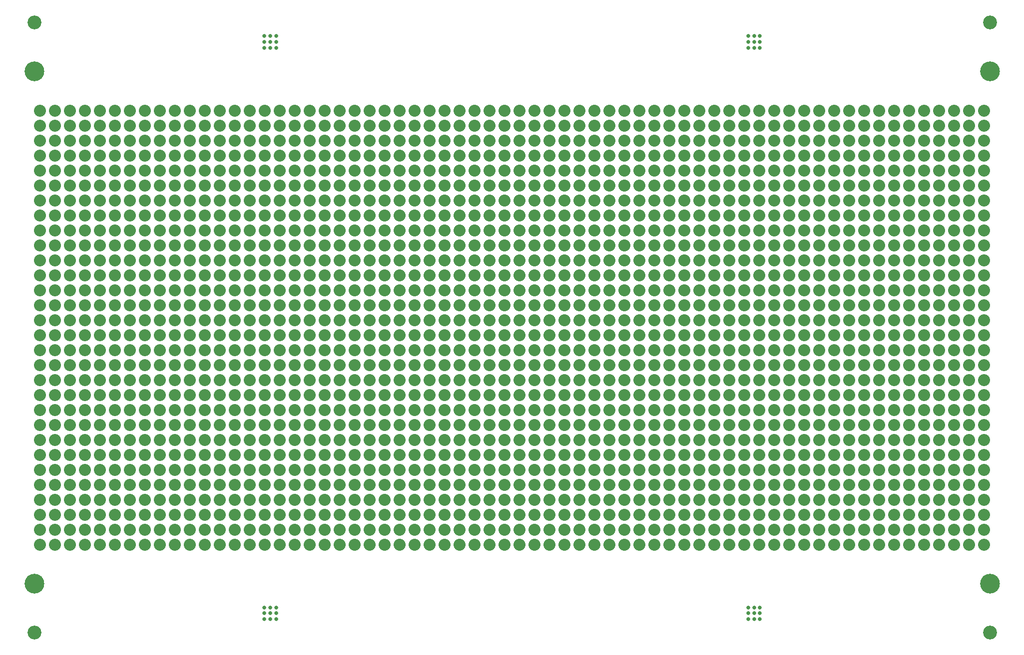
<source format=gbs>
G75*
%MOIN*%
%OFA0B0*%
%FSLAX25Y25*%
%IPPOS*%
%LPD*%
%AMOC8*
5,1,8,0,0,1.08239X$1,22.5*
%
%ADD10C,0.13198*%
%ADD11C,0.02569*%
%ADD12C,0.09261*%
%ADD13C,0.08000*%
D10*
X0016427Y0041170D03*
X0016427Y0383690D03*
X0654222Y0383690D03*
X0654222Y0041170D03*
D11*
X0500679Y0025422D03*
X0500679Y0021485D03*
X0500679Y0017548D03*
X0496742Y0017548D03*
X0496742Y0021485D03*
X0496742Y0025422D03*
X0492805Y0025422D03*
X0492805Y0021485D03*
X0492805Y0017548D03*
X0177844Y0017548D03*
X0173907Y0017548D03*
X0169970Y0017548D03*
X0169970Y0021485D03*
X0173907Y0021485D03*
X0177844Y0021485D03*
X0177844Y0025422D03*
X0173907Y0025422D03*
X0169970Y0025422D03*
X0169970Y0399438D03*
X0169970Y0403375D03*
X0169970Y0407312D03*
X0173907Y0407312D03*
X0177844Y0407312D03*
X0177844Y0403375D03*
X0173907Y0403375D03*
X0173907Y0399438D03*
X0177844Y0399438D03*
X0492805Y0399438D03*
X0496742Y0399438D03*
X0500679Y0399438D03*
X0500679Y0403375D03*
X0500679Y0407312D03*
X0496742Y0407312D03*
X0496742Y0403375D03*
X0492805Y0403375D03*
X0492805Y0407312D03*
D12*
X0016427Y0008690D03*
X0016427Y0416170D03*
X0654222Y0416170D03*
X0654222Y0008690D03*
D13*
X0650324Y0067430D03*
X0640324Y0067430D03*
X0630324Y0067430D03*
X0620324Y0067430D03*
X0610324Y0067430D03*
X0600324Y0067430D03*
X0590324Y0067430D03*
X0580324Y0067430D03*
X0570324Y0067430D03*
X0560324Y0067430D03*
X0550324Y0067430D03*
X0540324Y0067430D03*
X0530324Y0067430D03*
X0520324Y0067430D03*
X0510324Y0067430D03*
X0500324Y0067430D03*
X0490324Y0067430D03*
X0480324Y0067430D03*
X0470324Y0067430D03*
X0460324Y0067430D03*
X0450324Y0067430D03*
X0440324Y0067430D03*
X0430324Y0067430D03*
X0420324Y0067430D03*
X0410324Y0067430D03*
X0400324Y0067430D03*
X0390324Y0067430D03*
X0380324Y0067430D03*
X0370324Y0067430D03*
X0360324Y0067430D03*
X0350324Y0067430D03*
X0340324Y0067430D03*
X0330324Y0067430D03*
X0320324Y0067430D03*
X0310324Y0067430D03*
X0300324Y0067430D03*
X0290324Y0067430D03*
X0280324Y0067430D03*
X0270324Y0067430D03*
X0260324Y0067430D03*
X0250324Y0067430D03*
X0240324Y0067430D03*
X0230324Y0067430D03*
X0220324Y0067430D03*
X0210324Y0067430D03*
X0200324Y0067430D03*
X0190324Y0067430D03*
X0180324Y0067430D03*
X0170324Y0067430D03*
X0160324Y0067430D03*
X0150324Y0067430D03*
X0140324Y0067430D03*
X0130324Y0067430D03*
X0120324Y0067430D03*
X0110324Y0067430D03*
X0100324Y0067430D03*
X0090324Y0067430D03*
X0080324Y0067430D03*
X0070324Y0067430D03*
X0060324Y0067430D03*
X0050324Y0067430D03*
X0040324Y0067430D03*
X0030324Y0067430D03*
X0020324Y0067430D03*
X0020324Y0077430D03*
X0030324Y0077430D03*
X0030324Y0087430D03*
X0020324Y0087430D03*
X0020324Y0097430D03*
X0030324Y0097430D03*
X0040324Y0097430D03*
X0050324Y0097430D03*
X0050324Y0087430D03*
X0040324Y0087430D03*
X0040324Y0077430D03*
X0050324Y0077430D03*
X0060324Y0077430D03*
X0070324Y0077430D03*
X0080324Y0077430D03*
X0080324Y0087430D03*
X0070324Y0087430D03*
X0060324Y0087430D03*
X0060324Y0097430D03*
X0070324Y0097430D03*
X0080324Y0097430D03*
X0090324Y0097430D03*
X0100324Y0097430D03*
X0100324Y0087430D03*
X0090324Y0087430D03*
X0090324Y0077430D03*
X0100324Y0077430D03*
X0110324Y0077430D03*
X0120324Y0077430D03*
X0120324Y0087430D03*
X0110324Y0087430D03*
X0110324Y0097430D03*
X0120324Y0097430D03*
X0130324Y0097430D03*
X0140324Y0097430D03*
X0140324Y0087430D03*
X0130324Y0087430D03*
X0130324Y0077430D03*
X0140324Y0077430D03*
X0150324Y0077430D03*
X0160324Y0077430D03*
X0160324Y0087430D03*
X0150324Y0087430D03*
X0150324Y0097430D03*
X0160324Y0097430D03*
X0170324Y0097430D03*
X0180324Y0097430D03*
X0180324Y0087430D03*
X0170324Y0087430D03*
X0170324Y0077430D03*
X0180324Y0077430D03*
X0190324Y0077430D03*
X0200324Y0077430D03*
X0200324Y0087430D03*
X0190324Y0087430D03*
X0190324Y0097430D03*
X0200324Y0097430D03*
X0210324Y0097430D03*
X0220324Y0097430D03*
X0220324Y0087430D03*
X0210324Y0087430D03*
X0210324Y0077430D03*
X0220324Y0077430D03*
X0230324Y0077430D03*
X0240324Y0077430D03*
X0240324Y0087430D03*
X0230324Y0087430D03*
X0230324Y0097430D03*
X0240324Y0097430D03*
X0250324Y0097430D03*
X0260324Y0097430D03*
X0260324Y0087430D03*
X0250324Y0087430D03*
X0250324Y0077430D03*
X0260324Y0077430D03*
X0270324Y0077430D03*
X0280324Y0077430D03*
X0280324Y0087430D03*
X0270324Y0087430D03*
X0270324Y0097430D03*
X0280324Y0097430D03*
X0290324Y0097430D03*
X0300324Y0097430D03*
X0300324Y0087430D03*
X0290324Y0087430D03*
X0290324Y0077430D03*
X0300324Y0077430D03*
X0310324Y0077430D03*
X0320324Y0077430D03*
X0320324Y0087430D03*
X0310324Y0087430D03*
X0310324Y0097430D03*
X0320324Y0097430D03*
X0330324Y0097430D03*
X0340324Y0097430D03*
X0340324Y0087430D03*
X0330324Y0087430D03*
X0330324Y0077430D03*
X0340324Y0077430D03*
X0350324Y0077430D03*
X0360324Y0077430D03*
X0360324Y0087430D03*
X0350324Y0087430D03*
X0350324Y0097430D03*
X0360324Y0097430D03*
X0370324Y0097430D03*
X0380324Y0097430D03*
X0380324Y0087430D03*
X0370324Y0087430D03*
X0370324Y0077430D03*
X0380324Y0077430D03*
X0390324Y0077430D03*
X0400324Y0077430D03*
X0400324Y0087430D03*
X0390324Y0087430D03*
X0390324Y0097430D03*
X0400324Y0097430D03*
X0410324Y0097430D03*
X0420324Y0097430D03*
X0420324Y0087430D03*
X0410324Y0087430D03*
X0410324Y0077430D03*
X0420324Y0077430D03*
X0430324Y0077430D03*
X0440324Y0077430D03*
X0440324Y0087430D03*
X0430324Y0087430D03*
X0430324Y0097430D03*
X0440324Y0097430D03*
X0450324Y0097430D03*
X0460324Y0097430D03*
X0460324Y0087430D03*
X0450324Y0087430D03*
X0450324Y0077430D03*
X0460324Y0077430D03*
X0470324Y0077430D03*
X0480324Y0077430D03*
X0480324Y0087430D03*
X0470324Y0087430D03*
X0470324Y0097430D03*
X0480324Y0097430D03*
X0490324Y0097430D03*
X0500324Y0097430D03*
X0500324Y0087430D03*
X0490324Y0087430D03*
X0490324Y0077430D03*
X0500324Y0077430D03*
X0510324Y0077430D03*
X0520324Y0077430D03*
X0520324Y0087430D03*
X0510324Y0087430D03*
X0510324Y0097430D03*
X0520324Y0097430D03*
X0530324Y0097430D03*
X0540324Y0097430D03*
X0540324Y0087430D03*
X0530324Y0087430D03*
X0530324Y0077430D03*
X0540324Y0077430D03*
X0550324Y0077430D03*
X0560324Y0077430D03*
X0560324Y0087430D03*
X0550324Y0087430D03*
X0550324Y0097430D03*
X0560324Y0097430D03*
X0570324Y0097430D03*
X0580324Y0097430D03*
X0580324Y0087430D03*
X0570324Y0087430D03*
X0570324Y0077430D03*
X0580324Y0077430D03*
X0590324Y0077430D03*
X0600324Y0077430D03*
X0600324Y0087430D03*
X0590324Y0087430D03*
X0590324Y0097430D03*
X0600324Y0097430D03*
X0610324Y0097430D03*
X0620324Y0097430D03*
X0620324Y0087430D03*
X0610324Y0087430D03*
X0610324Y0077430D03*
X0620324Y0077430D03*
X0630324Y0077430D03*
X0640324Y0077430D03*
X0640324Y0087430D03*
X0630324Y0087430D03*
X0630324Y0097430D03*
X0640324Y0097430D03*
X0650324Y0097430D03*
X0650324Y0087430D03*
X0650324Y0077430D03*
X0650324Y0107430D03*
X0640324Y0107430D03*
X0630324Y0107430D03*
X0620324Y0107430D03*
X0610324Y0107430D03*
X0600324Y0107430D03*
X0590324Y0107430D03*
X0580324Y0107430D03*
X0570324Y0107430D03*
X0560324Y0107430D03*
X0550324Y0107430D03*
X0540324Y0107430D03*
X0530324Y0107430D03*
X0520324Y0107430D03*
X0510324Y0107430D03*
X0500324Y0107430D03*
X0490324Y0107430D03*
X0480324Y0107430D03*
X0470324Y0107430D03*
X0460324Y0107430D03*
X0450324Y0107430D03*
X0440324Y0107430D03*
X0430324Y0107430D03*
X0420324Y0107430D03*
X0410324Y0107430D03*
X0400324Y0107430D03*
X0390324Y0107430D03*
X0380324Y0107430D03*
X0370324Y0107430D03*
X0360324Y0107430D03*
X0350324Y0107430D03*
X0340324Y0107430D03*
X0330324Y0107430D03*
X0320324Y0107430D03*
X0310324Y0107430D03*
X0300324Y0107430D03*
X0290324Y0107430D03*
X0280324Y0107430D03*
X0270324Y0107430D03*
X0260324Y0107430D03*
X0250324Y0107430D03*
X0240324Y0107430D03*
X0230324Y0107430D03*
X0220324Y0107430D03*
X0210324Y0107430D03*
X0200324Y0107430D03*
X0190324Y0107430D03*
X0180324Y0107430D03*
X0170324Y0107430D03*
X0160324Y0107430D03*
X0150324Y0107430D03*
X0140324Y0107430D03*
X0130324Y0107430D03*
X0120324Y0107430D03*
X0110324Y0107430D03*
X0100324Y0107430D03*
X0090324Y0107430D03*
X0080324Y0107430D03*
X0070324Y0107430D03*
X0060324Y0107430D03*
X0050324Y0107430D03*
X0040324Y0107430D03*
X0030324Y0107430D03*
X0020324Y0107430D03*
X0020324Y0117430D03*
X0030324Y0117430D03*
X0030324Y0127430D03*
X0020324Y0127430D03*
X0020324Y0137430D03*
X0030324Y0137430D03*
X0030324Y0147430D03*
X0020324Y0147430D03*
X0020324Y0157430D03*
X0030324Y0157430D03*
X0030324Y0167430D03*
X0020324Y0167430D03*
X0020324Y0177430D03*
X0030324Y0177430D03*
X0040324Y0177430D03*
X0050324Y0177430D03*
X0050324Y0167430D03*
X0040324Y0167430D03*
X0040324Y0157430D03*
X0050324Y0157430D03*
X0060324Y0157430D03*
X0070324Y0157430D03*
X0080324Y0157430D03*
X0080324Y0167430D03*
X0070324Y0167430D03*
X0060324Y0167430D03*
X0060324Y0177430D03*
X0070324Y0177430D03*
X0080324Y0177430D03*
X0090324Y0177430D03*
X0100324Y0177430D03*
X0100324Y0167430D03*
X0090324Y0167430D03*
X0090324Y0157430D03*
X0100324Y0157430D03*
X0110324Y0157430D03*
X0120324Y0157430D03*
X0120324Y0167430D03*
X0110324Y0167430D03*
X0110324Y0177430D03*
X0120324Y0177430D03*
X0130324Y0177430D03*
X0140324Y0177430D03*
X0140324Y0167430D03*
X0130324Y0167430D03*
X0130324Y0157430D03*
X0140324Y0157430D03*
X0150324Y0157430D03*
X0160324Y0157430D03*
X0160324Y0167430D03*
X0150324Y0167430D03*
X0150324Y0177430D03*
X0160324Y0177430D03*
X0170324Y0177430D03*
X0180324Y0177430D03*
X0180324Y0167430D03*
X0170324Y0167430D03*
X0170324Y0157430D03*
X0180324Y0157430D03*
X0190324Y0157430D03*
X0200324Y0157430D03*
X0200324Y0167430D03*
X0190324Y0167430D03*
X0190324Y0177430D03*
X0200324Y0177430D03*
X0210324Y0177430D03*
X0220324Y0177430D03*
X0220324Y0167430D03*
X0210324Y0167430D03*
X0210324Y0157430D03*
X0220324Y0157430D03*
X0230324Y0157430D03*
X0240324Y0157430D03*
X0240324Y0167430D03*
X0230324Y0167430D03*
X0230324Y0177430D03*
X0240324Y0177430D03*
X0250324Y0177430D03*
X0260324Y0177430D03*
X0260324Y0167430D03*
X0250324Y0167430D03*
X0250324Y0157430D03*
X0260324Y0157430D03*
X0270324Y0157430D03*
X0280324Y0157430D03*
X0280324Y0167430D03*
X0270324Y0167430D03*
X0270324Y0177430D03*
X0280324Y0177430D03*
X0290324Y0177430D03*
X0300324Y0177430D03*
X0300324Y0167430D03*
X0290324Y0167430D03*
X0290324Y0157430D03*
X0300324Y0157430D03*
X0310324Y0157430D03*
X0320324Y0157430D03*
X0320324Y0167430D03*
X0310324Y0167430D03*
X0310324Y0177430D03*
X0320324Y0177430D03*
X0330324Y0177430D03*
X0340324Y0177430D03*
X0340324Y0167430D03*
X0330324Y0167430D03*
X0330324Y0157430D03*
X0340324Y0157430D03*
X0350324Y0157430D03*
X0360324Y0157430D03*
X0360324Y0167430D03*
X0350324Y0167430D03*
X0350324Y0177430D03*
X0360324Y0177430D03*
X0370324Y0177430D03*
X0380324Y0177430D03*
X0380324Y0167430D03*
X0370324Y0167430D03*
X0370324Y0157430D03*
X0380324Y0157430D03*
X0390324Y0157430D03*
X0400324Y0157430D03*
X0400324Y0167430D03*
X0390324Y0167430D03*
X0390324Y0177430D03*
X0400324Y0177430D03*
X0410324Y0177430D03*
X0420324Y0177430D03*
X0420324Y0167430D03*
X0410324Y0167430D03*
X0410324Y0157430D03*
X0420324Y0157430D03*
X0430324Y0157430D03*
X0440324Y0157430D03*
X0440324Y0167430D03*
X0430324Y0167430D03*
X0430324Y0177430D03*
X0440324Y0177430D03*
X0450324Y0177430D03*
X0460324Y0177430D03*
X0460324Y0167430D03*
X0450324Y0167430D03*
X0450324Y0157430D03*
X0460324Y0157430D03*
X0470324Y0157430D03*
X0480324Y0157430D03*
X0480324Y0167430D03*
X0470324Y0167430D03*
X0470324Y0177430D03*
X0480324Y0177430D03*
X0490324Y0177430D03*
X0500324Y0177430D03*
X0500324Y0167430D03*
X0490324Y0167430D03*
X0490324Y0157430D03*
X0500324Y0157430D03*
X0510324Y0157430D03*
X0520324Y0157430D03*
X0520324Y0167430D03*
X0510324Y0167430D03*
X0510324Y0177430D03*
X0520324Y0177430D03*
X0530324Y0177430D03*
X0540324Y0177430D03*
X0540324Y0167430D03*
X0530324Y0167430D03*
X0530324Y0157430D03*
X0540324Y0157430D03*
X0550324Y0157430D03*
X0560324Y0157430D03*
X0560324Y0167430D03*
X0550324Y0167430D03*
X0550324Y0177430D03*
X0560324Y0177430D03*
X0570324Y0177430D03*
X0580324Y0177430D03*
X0580324Y0167430D03*
X0570324Y0167430D03*
X0570324Y0157430D03*
X0580324Y0157430D03*
X0590324Y0157430D03*
X0600324Y0157430D03*
X0600324Y0167430D03*
X0590324Y0167430D03*
X0590324Y0177430D03*
X0600324Y0177430D03*
X0610324Y0177430D03*
X0620324Y0177430D03*
X0620324Y0167430D03*
X0610324Y0167430D03*
X0610324Y0157430D03*
X0620324Y0157430D03*
X0630324Y0157430D03*
X0640324Y0157430D03*
X0640324Y0167430D03*
X0630324Y0167430D03*
X0630324Y0177430D03*
X0640324Y0177430D03*
X0650324Y0177430D03*
X0650324Y0167430D03*
X0650324Y0157430D03*
X0650324Y0147430D03*
X0640324Y0147430D03*
X0630324Y0147430D03*
X0620324Y0147430D03*
X0610324Y0147430D03*
X0600324Y0147430D03*
X0590324Y0147430D03*
X0580324Y0147430D03*
X0570324Y0147430D03*
X0560324Y0147430D03*
X0550324Y0147430D03*
X0540324Y0147430D03*
X0530324Y0147430D03*
X0520324Y0147430D03*
X0510324Y0147430D03*
X0500324Y0147430D03*
X0490324Y0147430D03*
X0480324Y0147430D03*
X0470324Y0147430D03*
X0460324Y0147430D03*
X0450324Y0147430D03*
X0440324Y0147430D03*
X0430324Y0147430D03*
X0420324Y0147430D03*
X0410324Y0147430D03*
X0400324Y0147430D03*
X0390324Y0147430D03*
X0380324Y0147430D03*
X0370324Y0147430D03*
X0360324Y0147430D03*
X0350324Y0147430D03*
X0340324Y0147430D03*
X0330324Y0147430D03*
X0320324Y0147430D03*
X0310324Y0147430D03*
X0300324Y0147430D03*
X0290324Y0147430D03*
X0280324Y0147430D03*
X0270324Y0147430D03*
X0260324Y0147430D03*
X0250324Y0147430D03*
X0240324Y0147430D03*
X0230324Y0147430D03*
X0220324Y0147430D03*
X0210324Y0147430D03*
X0200324Y0147430D03*
X0190324Y0147430D03*
X0180324Y0147430D03*
X0170324Y0147430D03*
X0160324Y0147430D03*
X0150324Y0147430D03*
X0140324Y0147430D03*
X0130324Y0147430D03*
X0120324Y0147430D03*
X0110324Y0147430D03*
X0100324Y0147430D03*
X0090324Y0147430D03*
X0080324Y0147430D03*
X0070324Y0147430D03*
X0060324Y0147430D03*
X0050324Y0147430D03*
X0040324Y0147430D03*
X0040324Y0137430D03*
X0050324Y0137430D03*
X0060324Y0137430D03*
X0070324Y0137430D03*
X0080324Y0137430D03*
X0090324Y0137430D03*
X0100324Y0137430D03*
X0110324Y0137430D03*
X0120324Y0137430D03*
X0130324Y0137430D03*
X0140324Y0137430D03*
X0150324Y0137430D03*
X0160324Y0137430D03*
X0170324Y0137430D03*
X0180324Y0137430D03*
X0190324Y0137430D03*
X0200324Y0137430D03*
X0210324Y0137430D03*
X0220324Y0137430D03*
X0230324Y0137430D03*
X0240324Y0137430D03*
X0250324Y0137430D03*
X0260324Y0137430D03*
X0270324Y0137430D03*
X0280324Y0137430D03*
X0290324Y0137430D03*
X0300324Y0137430D03*
X0310324Y0137430D03*
X0320324Y0137430D03*
X0330324Y0137430D03*
X0340324Y0137430D03*
X0350324Y0137430D03*
X0360324Y0137430D03*
X0370324Y0137430D03*
X0380324Y0137430D03*
X0390324Y0137430D03*
X0400324Y0137430D03*
X0410324Y0137430D03*
X0420324Y0137430D03*
X0430324Y0137430D03*
X0440324Y0137430D03*
X0450324Y0137430D03*
X0460324Y0137430D03*
X0470324Y0137430D03*
X0480324Y0137430D03*
X0490324Y0137430D03*
X0500324Y0137430D03*
X0510324Y0137430D03*
X0520324Y0137430D03*
X0530324Y0137430D03*
X0540324Y0137430D03*
X0550324Y0137430D03*
X0560324Y0137430D03*
X0570324Y0137430D03*
X0580324Y0137430D03*
X0590324Y0137430D03*
X0600324Y0137430D03*
X0610324Y0137430D03*
X0620324Y0137430D03*
X0630324Y0137430D03*
X0640324Y0137430D03*
X0650324Y0137430D03*
X0650324Y0127430D03*
X0640324Y0127430D03*
X0630324Y0127430D03*
X0620324Y0127430D03*
X0610324Y0127430D03*
X0600324Y0127430D03*
X0590324Y0127430D03*
X0580324Y0127430D03*
X0570324Y0127430D03*
X0560324Y0127430D03*
X0550324Y0127430D03*
X0540324Y0127430D03*
X0530324Y0127430D03*
X0520324Y0127430D03*
X0510324Y0127430D03*
X0500324Y0127430D03*
X0490324Y0127430D03*
X0480324Y0127430D03*
X0470324Y0127430D03*
X0460324Y0127430D03*
X0450324Y0127430D03*
X0440324Y0127430D03*
X0430324Y0127430D03*
X0420324Y0127430D03*
X0410324Y0127430D03*
X0400324Y0127430D03*
X0390324Y0127430D03*
X0380324Y0127430D03*
X0370324Y0127430D03*
X0360324Y0127430D03*
X0350324Y0127430D03*
X0340324Y0127430D03*
X0330324Y0127430D03*
X0320324Y0127430D03*
X0310324Y0127430D03*
X0300324Y0127430D03*
X0290324Y0127430D03*
X0280324Y0127430D03*
X0270324Y0127430D03*
X0260324Y0127430D03*
X0250324Y0127430D03*
X0240324Y0127430D03*
X0230324Y0127430D03*
X0220324Y0127430D03*
X0210324Y0127430D03*
X0200324Y0127430D03*
X0190324Y0127430D03*
X0180324Y0127430D03*
X0170324Y0127430D03*
X0160324Y0127430D03*
X0150324Y0127430D03*
X0140324Y0127430D03*
X0130324Y0127430D03*
X0120324Y0127430D03*
X0110324Y0127430D03*
X0100324Y0127430D03*
X0090324Y0127430D03*
X0080324Y0127430D03*
X0070324Y0127430D03*
X0060324Y0127430D03*
X0050324Y0127430D03*
X0040324Y0127430D03*
X0040324Y0117430D03*
X0050324Y0117430D03*
X0060324Y0117430D03*
X0070324Y0117430D03*
X0080324Y0117430D03*
X0090324Y0117430D03*
X0100324Y0117430D03*
X0110324Y0117430D03*
X0120324Y0117430D03*
X0130324Y0117430D03*
X0140324Y0117430D03*
X0150324Y0117430D03*
X0160324Y0117430D03*
X0170324Y0117430D03*
X0180324Y0117430D03*
X0190324Y0117430D03*
X0200324Y0117430D03*
X0210324Y0117430D03*
X0220324Y0117430D03*
X0230324Y0117430D03*
X0240324Y0117430D03*
X0250324Y0117430D03*
X0260324Y0117430D03*
X0270324Y0117430D03*
X0280324Y0117430D03*
X0290324Y0117430D03*
X0300324Y0117430D03*
X0310324Y0117430D03*
X0320324Y0117430D03*
X0330324Y0117430D03*
X0340324Y0117430D03*
X0350324Y0117430D03*
X0360324Y0117430D03*
X0370324Y0117430D03*
X0380324Y0117430D03*
X0390324Y0117430D03*
X0400324Y0117430D03*
X0410324Y0117430D03*
X0420324Y0117430D03*
X0430324Y0117430D03*
X0440324Y0117430D03*
X0450324Y0117430D03*
X0460324Y0117430D03*
X0470324Y0117430D03*
X0480324Y0117430D03*
X0490324Y0117430D03*
X0500324Y0117430D03*
X0510324Y0117430D03*
X0520324Y0117430D03*
X0530324Y0117430D03*
X0540324Y0117430D03*
X0550324Y0117430D03*
X0560324Y0117430D03*
X0570324Y0117430D03*
X0580324Y0117430D03*
X0590324Y0117430D03*
X0600324Y0117430D03*
X0610324Y0117430D03*
X0620324Y0117430D03*
X0630324Y0117430D03*
X0640324Y0117430D03*
X0650324Y0117430D03*
X0650324Y0187430D03*
X0640324Y0187430D03*
X0630324Y0187430D03*
X0620324Y0187430D03*
X0610324Y0187430D03*
X0600324Y0187430D03*
X0590324Y0187430D03*
X0580324Y0187430D03*
X0570324Y0187430D03*
X0560324Y0187430D03*
X0550324Y0187430D03*
X0540324Y0187430D03*
X0530324Y0187430D03*
X0520324Y0187430D03*
X0510324Y0187430D03*
X0500324Y0187430D03*
X0490324Y0187430D03*
X0480324Y0187430D03*
X0470324Y0187430D03*
X0460324Y0187430D03*
X0450324Y0187430D03*
X0440324Y0187430D03*
X0430324Y0187430D03*
X0420324Y0187430D03*
X0410324Y0187430D03*
X0400324Y0187430D03*
X0390324Y0187430D03*
X0380324Y0187430D03*
X0370324Y0187430D03*
X0360324Y0187430D03*
X0350324Y0187430D03*
X0340324Y0187430D03*
X0330324Y0187430D03*
X0320324Y0187430D03*
X0310324Y0187430D03*
X0300324Y0187430D03*
X0290324Y0187430D03*
X0280324Y0187430D03*
X0270324Y0187430D03*
X0260324Y0187430D03*
X0250324Y0187430D03*
X0240324Y0187430D03*
X0230324Y0187430D03*
X0220324Y0187430D03*
X0210324Y0187430D03*
X0200324Y0187430D03*
X0190324Y0187430D03*
X0180324Y0187430D03*
X0170324Y0187430D03*
X0160324Y0187430D03*
X0150324Y0187430D03*
X0140324Y0187430D03*
X0130324Y0187430D03*
X0120324Y0187430D03*
X0110324Y0187430D03*
X0100324Y0187430D03*
X0090324Y0187430D03*
X0080324Y0187430D03*
X0070324Y0187430D03*
X0060324Y0187430D03*
X0050324Y0187430D03*
X0040324Y0187430D03*
X0030324Y0187430D03*
X0020324Y0187430D03*
X0020324Y0197430D03*
X0030324Y0197430D03*
X0030324Y0207430D03*
X0020324Y0207430D03*
X0020324Y0217430D03*
X0030324Y0217430D03*
X0030324Y0227430D03*
X0020324Y0227430D03*
X0020324Y0237430D03*
X0030324Y0237430D03*
X0040324Y0237430D03*
X0050324Y0237430D03*
X0050324Y0227430D03*
X0040324Y0227430D03*
X0040324Y0217430D03*
X0050324Y0217430D03*
X0060324Y0217430D03*
X0070324Y0217430D03*
X0080324Y0217430D03*
X0080324Y0227430D03*
X0070324Y0227430D03*
X0060324Y0227430D03*
X0060324Y0237430D03*
X0070324Y0237430D03*
X0080324Y0237430D03*
X0090324Y0237430D03*
X0100324Y0237430D03*
X0100324Y0227430D03*
X0090324Y0227430D03*
X0090324Y0217430D03*
X0100324Y0217430D03*
X0110324Y0217430D03*
X0120324Y0217430D03*
X0120324Y0227430D03*
X0110324Y0227430D03*
X0110324Y0237430D03*
X0120324Y0237430D03*
X0130324Y0237430D03*
X0140324Y0237430D03*
X0140324Y0227430D03*
X0130324Y0227430D03*
X0130324Y0217430D03*
X0140324Y0217430D03*
X0150324Y0217430D03*
X0160324Y0217430D03*
X0160324Y0227430D03*
X0150324Y0227430D03*
X0150324Y0237430D03*
X0160324Y0237430D03*
X0170324Y0237430D03*
X0180324Y0237430D03*
X0180324Y0227430D03*
X0170324Y0227430D03*
X0170324Y0217430D03*
X0180324Y0217430D03*
X0190324Y0217430D03*
X0200324Y0217430D03*
X0200324Y0227430D03*
X0190324Y0227430D03*
X0190324Y0237430D03*
X0200324Y0237430D03*
X0210324Y0237430D03*
X0220324Y0237430D03*
X0220324Y0227430D03*
X0210324Y0227430D03*
X0210324Y0217430D03*
X0220324Y0217430D03*
X0230324Y0217430D03*
X0240324Y0217430D03*
X0240324Y0227430D03*
X0230324Y0227430D03*
X0230324Y0237430D03*
X0240324Y0237430D03*
X0250324Y0237430D03*
X0260324Y0237430D03*
X0260324Y0227430D03*
X0250324Y0227430D03*
X0250324Y0217430D03*
X0260324Y0217430D03*
X0270324Y0217430D03*
X0280324Y0217430D03*
X0280324Y0227430D03*
X0270324Y0227430D03*
X0270324Y0237430D03*
X0280324Y0237430D03*
X0290324Y0237430D03*
X0300324Y0237430D03*
X0300324Y0227430D03*
X0290324Y0227430D03*
X0290324Y0217430D03*
X0300324Y0217430D03*
X0310324Y0217430D03*
X0320324Y0217430D03*
X0320324Y0227430D03*
X0310324Y0227430D03*
X0310324Y0237430D03*
X0320324Y0237430D03*
X0330324Y0237430D03*
X0340324Y0237430D03*
X0340324Y0227430D03*
X0330324Y0227430D03*
X0330324Y0217430D03*
X0340324Y0217430D03*
X0350324Y0217430D03*
X0360324Y0217430D03*
X0360324Y0227430D03*
X0350324Y0227430D03*
X0350324Y0237430D03*
X0360324Y0237430D03*
X0370324Y0237430D03*
X0380324Y0237430D03*
X0380324Y0227430D03*
X0370324Y0227430D03*
X0370324Y0217430D03*
X0380324Y0217430D03*
X0390324Y0217430D03*
X0400324Y0217430D03*
X0400324Y0227430D03*
X0390324Y0227430D03*
X0390324Y0237430D03*
X0400324Y0237430D03*
X0410324Y0237430D03*
X0420324Y0237430D03*
X0420324Y0227430D03*
X0410324Y0227430D03*
X0410324Y0217430D03*
X0420324Y0217430D03*
X0430324Y0217430D03*
X0440324Y0217430D03*
X0440324Y0227430D03*
X0430324Y0227430D03*
X0430324Y0237430D03*
X0440324Y0237430D03*
X0450324Y0237430D03*
X0460324Y0237430D03*
X0460324Y0227430D03*
X0450324Y0227430D03*
X0450324Y0217430D03*
X0460324Y0217430D03*
X0470324Y0217430D03*
X0480324Y0217430D03*
X0480324Y0227430D03*
X0470324Y0227430D03*
X0470324Y0237430D03*
X0480324Y0237430D03*
X0490324Y0237430D03*
X0500324Y0237430D03*
X0500324Y0227430D03*
X0490324Y0227430D03*
X0490324Y0217430D03*
X0500324Y0217430D03*
X0510324Y0217430D03*
X0520324Y0217430D03*
X0520324Y0227430D03*
X0510324Y0227430D03*
X0510324Y0237430D03*
X0520324Y0237430D03*
X0530324Y0237430D03*
X0540324Y0237430D03*
X0540324Y0227430D03*
X0530324Y0227430D03*
X0530324Y0217430D03*
X0540324Y0217430D03*
X0550324Y0217430D03*
X0560324Y0217430D03*
X0560324Y0227430D03*
X0550324Y0227430D03*
X0550324Y0237430D03*
X0560324Y0237430D03*
X0570324Y0237430D03*
X0580324Y0237430D03*
X0580324Y0227430D03*
X0570324Y0227430D03*
X0570324Y0217430D03*
X0580324Y0217430D03*
X0590324Y0217430D03*
X0600324Y0217430D03*
X0600324Y0227430D03*
X0590324Y0227430D03*
X0590324Y0237430D03*
X0600324Y0237430D03*
X0610324Y0237430D03*
X0620324Y0237430D03*
X0620324Y0227430D03*
X0610324Y0227430D03*
X0610324Y0217430D03*
X0620324Y0217430D03*
X0630324Y0217430D03*
X0640324Y0217430D03*
X0640324Y0227430D03*
X0630324Y0227430D03*
X0630324Y0237430D03*
X0640324Y0237430D03*
X0650324Y0237430D03*
X0650324Y0227430D03*
X0650324Y0217430D03*
X0650324Y0207430D03*
X0640324Y0207430D03*
X0630324Y0207430D03*
X0620324Y0207430D03*
X0610324Y0207430D03*
X0600324Y0207430D03*
X0590324Y0207430D03*
X0580324Y0207430D03*
X0570324Y0207430D03*
X0560324Y0207430D03*
X0550324Y0207430D03*
X0540324Y0207430D03*
X0530324Y0207430D03*
X0520324Y0207430D03*
X0510324Y0207430D03*
X0500324Y0207430D03*
X0490324Y0207430D03*
X0480324Y0207430D03*
X0470324Y0207430D03*
X0460324Y0207430D03*
X0450324Y0207430D03*
X0440324Y0207430D03*
X0430324Y0207430D03*
X0420324Y0207430D03*
X0410324Y0207430D03*
X0400324Y0207430D03*
X0390324Y0207430D03*
X0380324Y0207430D03*
X0370324Y0207430D03*
X0360324Y0207430D03*
X0350324Y0207430D03*
X0340324Y0207430D03*
X0330324Y0207430D03*
X0320324Y0207430D03*
X0310324Y0207430D03*
X0300324Y0207430D03*
X0290324Y0207430D03*
X0280324Y0207430D03*
X0270324Y0207430D03*
X0260324Y0207430D03*
X0250324Y0207430D03*
X0240324Y0207430D03*
X0230324Y0207430D03*
X0220324Y0207430D03*
X0210324Y0207430D03*
X0200324Y0207430D03*
X0190324Y0207430D03*
X0180324Y0207430D03*
X0170324Y0207430D03*
X0160324Y0207430D03*
X0150324Y0207430D03*
X0140324Y0207430D03*
X0130324Y0207430D03*
X0120324Y0207430D03*
X0110324Y0207430D03*
X0100324Y0207430D03*
X0090324Y0207430D03*
X0080324Y0207430D03*
X0070324Y0207430D03*
X0060324Y0207430D03*
X0050324Y0207430D03*
X0040324Y0207430D03*
X0040324Y0197430D03*
X0050324Y0197430D03*
X0060324Y0197430D03*
X0070324Y0197430D03*
X0080324Y0197430D03*
X0090324Y0197430D03*
X0100324Y0197430D03*
X0110324Y0197430D03*
X0120324Y0197430D03*
X0130324Y0197430D03*
X0140324Y0197430D03*
X0150324Y0197430D03*
X0160324Y0197430D03*
X0170324Y0197430D03*
X0180324Y0197430D03*
X0190324Y0197430D03*
X0200324Y0197430D03*
X0210324Y0197430D03*
X0220324Y0197430D03*
X0230324Y0197430D03*
X0240324Y0197430D03*
X0250324Y0197430D03*
X0260324Y0197430D03*
X0270324Y0197430D03*
X0280324Y0197430D03*
X0290324Y0197430D03*
X0300324Y0197430D03*
X0310324Y0197430D03*
X0320324Y0197430D03*
X0330324Y0197430D03*
X0340324Y0197430D03*
X0350324Y0197430D03*
X0360324Y0197430D03*
X0370324Y0197430D03*
X0380324Y0197430D03*
X0390324Y0197430D03*
X0400324Y0197430D03*
X0410324Y0197430D03*
X0420324Y0197430D03*
X0430324Y0197430D03*
X0440324Y0197430D03*
X0450324Y0197430D03*
X0460324Y0197430D03*
X0470324Y0197430D03*
X0480324Y0197430D03*
X0490324Y0197430D03*
X0500324Y0197430D03*
X0510324Y0197430D03*
X0520324Y0197430D03*
X0530324Y0197430D03*
X0540324Y0197430D03*
X0550324Y0197430D03*
X0560324Y0197430D03*
X0570324Y0197430D03*
X0580324Y0197430D03*
X0590324Y0197430D03*
X0600324Y0197430D03*
X0610324Y0197430D03*
X0620324Y0197430D03*
X0630324Y0197430D03*
X0640324Y0197430D03*
X0650324Y0197430D03*
X0650324Y0247430D03*
X0640324Y0247430D03*
X0630324Y0247430D03*
X0620324Y0247430D03*
X0610324Y0247430D03*
X0600324Y0247430D03*
X0590324Y0247430D03*
X0580324Y0247430D03*
X0570324Y0247430D03*
X0560324Y0247430D03*
X0550324Y0247430D03*
X0540324Y0247430D03*
X0530324Y0247430D03*
X0520324Y0247430D03*
X0510324Y0247430D03*
X0500324Y0247430D03*
X0490324Y0247430D03*
X0480324Y0247430D03*
X0470324Y0247430D03*
X0460324Y0247430D03*
X0450324Y0247430D03*
X0440324Y0247430D03*
X0430324Y0247430D03*
X0420324Y0247430D03*
X0410324Y0247430D03*
X0400324Y0247430D03*
X0390324Y0247430D03*
X0380324Y0247430D03*
X0370324Y0247430D03*
X0360324Y0247430D03*
X0350324Y0247430D03*
X0340324Y0247430D03*
X0330324Y0247430D03*
X0320324Y0247430D03*
X0310324Y0247430D03*
X0300324Y0247430D03*
X0290324Y0247430D03*
X0280324Y0247430D03*
X0270324Y0247430D03*
X0260324Y0247430D03*
X0250324Y0247430D03*
X0240324Y0247430D03*
X0230324Y0247430D03*
X0220324Y0247430D03*
X0210324Y0247430D03*
X0200324Y0247430D03*
X0190324Y0247430D03*
X0180324Y0247430D03*
X0170324Y0247430D03*
X0160324Y0247430D03*
X0150324Y0247430D03*
X0140324Y0247430D03*
X0130324Y0247430D03*
X0120324Y0247430D03*
X0110324Y0247430D03*
X0100324Y0247430D03*
X0090324Y0247430D03*
X0080324Y0247430D03*
X0070324Y0247430D03*
X0060324Y0247430D03*
X0050324Y0247430D03*
X0040324Y0247430D03*
X0030324Y0247430D03*
X0020324Y0247430D03*
X0020324Y0257430D03*
X0030324Y0257430D03*
X0030324Y0267430D03*
X0020324Y0267430D03*
X0020324Y0277430D03*
X0030324Y0277430D03*
X0030324Y0287430D03*
X0020324Y0287430D03*
X0020324Y0297430D03*
X0030324Y0297430D03*
X0030324Y0307430D03*
X0020324Y0307430D03*
X0020324Y0317430D03*
X0030324Y0317430D03*
X0040324Y0317430D03*
X0050324Y0317430D03*
X0050324Y0307430D03*
X0040324Y0307430D03*
X0040324Y0297430D03*
X0050324Y0297430D03*
X0060324Y0297430D03*
X0070324Y0297430D03*
X0080324Y0297430D03*
X0080324Y0307430D03*
X0070324Y0307430D03*
X0060324Y0307430D03*
X0060324Y0317430D03*
X0070324Y0317430D03*
X0080324Y0317430D03*
X0090324Y0317430D03*
X0100324Y0317430D03*
X0100324Y0307430D03*
X0090324Y0307430D03*
X0090324Y0297430D03*
X0100324Y0297430D03*
X0110324Y0297430D03*
X0120324Y0297430D03*
X0120324Y0307430D03*
X0110324Y0307430D03*
X0110324Y0317430D03*
X0120324Y0317430D03*
X0130324Y0317430D03*
X0140324Y0317430D03*
X0140324Y0307430D03*
X0130324Y0307430D03*
X0130324Y0297430D03*
X0140324Y0297430D03*
X0150324Y0297430D03*
X0160324Y0297430D03*
X0160324Y0307430D03*
X0150324Y0307430D03*
X0150324Y0317430D03*
X0160324Y0317430D03*
X0170324Y0317430D03*
X0180324Y0317430D03*
X0180324Y0307430D03*
X0170324Y0307430D03*
X0170324Y0297430D03*
X0180324Y0297430D03*
X0190324Y0297430D03*
X0200324Y0297430D03*
X0200324Y0307430D03*
X0190324Y0307430D03*
X0190324Y0317430D03*
X0200324Y0317430D03*
X0210324Y0317430D03*
X0220324Y0317430D03*
X0220324Y0307430D03*
X0210324Y0307430D03*
X0210324Y0297430D03*
X0220324Y0297430D03*
X0230324Y0297430D03*
X0240324Y0297430D03*
X0240324Y0307430D03*
X0230324Y0307430D03*
X0230324Y0317430D03*
X0240324Y0317430D03*
X0250324Y0317430D03*
X0260324Y0317430D03*
X0260324Y0307430D03*
X0250324Y0307430D03*
X0250324Y0297430D03*
X0260324Y0297430D03*
X0270324Y0297430D03*
X0280324Y0297430D03*
X0280324Y0307430D03*
X0270324Y0307430D03*
X0270324Y0317430D03*
X0280324Y0317430D03*
X0290324Y0317430D03*
X0300324Y0317430D03*
X0300324Y0307430D03*
X0290324Y0307430D03*
X0290324Y0297430D03*
X0300324Y0297430D03*
X0310324Y0297430D03*
X0320324Y0297430D03*
X0320324Y0307430D03*
X0310324Y0307430D03*
X0310324Y0317430D03*
X0320324Y0317430D03*
X0330324Y0317430D03*
X0340324Y0317430D03*
X0340324Y0307430D03*
X0330324Y0307430D03*
X0330324Y0297430D03*
X0340324Y0297430D03*
X0350324Y0297430D03*
X0360324Y0297430D03*
X0360324Y0307430D03*
X0350324Y0307430D03*
X0350324Y0317430D03*
X0360324Y0317430D03*
X0370324Y0317430D03*
X0380324Y0317430D03*
X0380324Y0307430D03*
X0370324Y0307430D03*
X0370324Y0297430D03*
X0380324Y0297430D03*
X0390324Y0297430D03*
X0400324Y0297430D03*
X0400324Y0307430D03*
X0390324Y0307430D03*
X0390324Y0317430D03*
X0400324Y0317430D03*
X0410324Y0317430D03*
X0420324Y0317430D03*
X0420324Y0307430D03*
X0410324Y0307430D03*
X0410324Y0297430D03*
X0420324Y0297430D03*
X0430324Y0297430D03*
X0440324Y0297430D03*
X0440324Y0307430D03*
X0430324Y0307430D03*
X0430324Y0317430D03*
X0440324Y0317430D03*
X0450324Y0317430D03*
X0460324Y0317430D03*
X0460324Y0307430D03*
X0450324Y0307430D03*
X0450324Y0297430D03*
X0460324Y0297430D03*
X0470324Y0297430D03*
X0480324Y0297430D03*
X0480324Y0307430D03*
X0470324Y0307430D03*
X0470324Y0317430D03*
X0480324Y0317430D03*
X0490324Y0317430D03*
X0500324Y0317430D03*
X0500324Y0307430D03*
X0490324Y0307430D03*
X0490324Y0297430D03*
X0500324Y0297430D03*
X0510324Y0297430D03*
X0520324Y0297430D03*
X0520324Y0307430D03*
X0510324Y0307430D03*
X0510324Y0317430D03*
X0520324Y0317430D03*
X0530324Y0317430D03*
X0540324Y0317430D03*
X0540324Y0307430D03*
X0530324Y0307430D03*
X0530324Y0297430D03*
X0540324Y0297430D03*
X0550324Y0297430D03*
X0560324Y0297430D03*
X0560324Y0307430D03*
X0550324Y0307430D03*
X0550324Y0317430D03*
X0560324Y0317430D03*
X0570324Y0317430D03*
X0580324Y0317430D03*
X0580324Y0307430D03*
X0570324Y0307430D03*
X0570324Y0297430D03*
X0580324Y0297430D03*
X0590324Y0297430D03*
X0600324Y0297430D03*
X0600324Y0307430D03*
X0590324Y0307430D03*
X0590324Y0317430D03*
X0600324Y0317430D03*
X0610324Y0317430D03*
X0620324Y0317430D03*
X0620324Y0307430D03*
X0610324Y0307430D03*
X0610324Y0297430D03*
X0620324Y0297430D03*
X0630324Y0297430D03*
X0640324Y0297430D03*
X0640324Y0307430D03*
X0630324Y0307430D03*
X0630324Y0317430D03*
X0640324Y0317430D03*
X0650324Y0317430D03*
X0650324Y0307430D03*
X0650324Y0297430D03*
X0650324Y0287430D03*
X0640324Y0287430D03*
X0630324Y0287430D03*
X0620324Y0287430D03*
X0610324Y0287430D03*
X0600324Y0287430D03*
X0590324Y0287430D03*
X0580324Y0287430D03*
X0570324Y0287430D03*
X0560324Y0287430D03*
X0550324Y0287430D03*
X0540324Y0287430D03*
X0530324Y0287430D03*
X0520324Y0287430D03*
X0510324Y0287430D03*
X0500324Y0287430D03*
X0490324Y0287430D03*
X0480324Y0287430D03*
X0470324Y0287430D03*
X0460324Y0287430D03*
X0450324Y0287430D03*
X0440324Y0287430D03*
X0430324Y0287430D03*
X0420324Y0287430D03*
X0410324Y0287430D03*
X0400324Y0287430D03*
X0390324Y0287430D03*
X0380324Y0287430D03*
X0370324Y0287430D03*
X0360324Y0287430D03*
X0350324Y0287430D03*
X0340324Y0287430D03*
X0330324Y0287430D03*
X0320324Y0287430D03*
X0310324Y0287430D03*
X0300324Y0287430D03*
X0290324Y0287430D03*
X0280324Y0287430D03*
X0270324Y0287430D03*
X0260324Y0287430D03*
X0250324Y0287430D03*
X0240324Y0287430D03*
X0230324Y0287430D03*
X0220324Y0287430D03*
X0210324Y0287430D03*
X0200324Y0287430D03*
X0190324Y0287430D03*
X0180324Y0287430D03*
X0170324Y0287430D03*
X0160324Y0287430D03*
X0150324Y0287430D03*
X0140324Y0287430D03*
X0130324Y0287430D03*
X0120324Y0287430D03*
X0110324Y0287430D03*
X0100324Y0287430D03*
X0090324Y0287430D03*
X0080324Y0287430D03*
X0070324Y0287430D03*
X0060324Y0287430D03*
X0050324Y0287430D03*
X0040324Y0287430D03*
X0040324Y0277430D03*
X0050324Y0277430D03*
X0060324Y0277430D03*
X0070324Y0277430D03*
X0080324Y0277430D03*
X0090324Y0277430D03*
X0100324Y0277430D03*
X0110324Y0277430D03*
X0120324Y0277430D03*
X0130324Y0277430D03*
X0140324Y0277430D03*
X0150324Y0277430D03*
X0160324Y0277430D03*
X0170324Y0277430D03*
X0180324Y0277430D03*
X0190324Y0277430D03*
X0200324Y0277430D03*
X0210324Y0277430D03*
X0220324Y0277430D03*
X0230324Y0277430D03*
X0240324Y0277430D03*
X0250324Y0277430D03*
X0260324Y0277430D03*
X0270324Y0277430D03*
X0280324Y0277430D03*
X0290324Y0277430D03*
X0300324Y0277430D03*
X0310324Y0277430D03*
X0320324Y0277430D03*
X0330324Y0277430D03*
X0340324Y0277430D03*
X0350324Y0277430D03*
X0360324Y0277430D03*
X0370324Y0277430D03*
X0380324Y0277430D03*
X0390324Y0277430D03*
X0400324Y0277430D03*
X0410324Y0277430D03*
X0420324Y0277430D03*
X0430324Y0277430D03*
X0440324Y0277430D03*
X0450324Y0277430D03*
X0460324Y0277430D03*
X0470324Y0277430D03*
X0480324Y0277430D03*
X0490324Y0277430D03*
X0500324Y0277430D03*
X0510324Y0277430D03*
X0520324Y0277430D03*
X0530324Y0277430D03*
X0540324Y0277430D03*
X0550324Y0277430D03*
X0560324Y0277430D03*
X0570324Y0277430D03*
X0580324Y0277430D03*
X0590324Y0277430D03*
X0600324Y0277430D03*
X0610324Y0277430D03*
X0620324Y0277430D03*
X0630324Y0277430D03*
X0640324Y0277430D03*
X0650324Y0277430D03*
X0650324Y0267430D03*
X0640324Y0267430D03*
X0630324Y0267430D03*
X0620324Y0267430D03*
X0610324Y0267430D03*
X0600324Y0267430D03*
X0590324Y0267430D03*
X0580324Y0267430D03*
X0570324Y0267430D03*
X0560324Y0267430D03*
X0550324Y0267430D03*
X0540324Y0267430D03*
X0530324Y0267430D03*
X0520324Y0267430D03*
X0510324Y0267430D03*
X0500324Y0267430D03*
X0490324Y0267430D03*
X0480324Y0267430D03*
X0470324Y0267430D03*
X0460324Y0267430D03*
X0450324Y0267430D03*
X0440324Y0267430D03*
X0430324Y0267430D03*
X0420324Y0267430D03*
X0410324Y0267430D03*
X0400324Y0267430D03*
X0390324Y0267430D03*
X0380324Y0267430D03*
X0370324Y0267430D03*
X0360324Y0267430D03*
X0350324Y0267430D03*
X0340324Y0267430D03*
X0330324Y0267430D03*
X0320324Y0267430D03*
X0310324Y0267430D03*
X0300324Y0267430D03*
X0290324Y0267430D03*
X0280324Y0267430D03*
X0270324Y0267430D03*
X0260324Y0267430D03*
X0250324Y0267430D03*
X0240324Y0267430D03*
X0230324Y0267430D03*
X0220324Y0267430D03*
X0210324Y0267430D03*
X0200324Y0267430D03*
X0190324Y0267430D03*
X0180324Y0267430D03*
X0170324Y0267430D03*
X0160324Y0267430D03*
X0150324Y0267430D03*
X0140324Y0267430D03*
X0130324Y0267430D03*
X0120324Y0267430D03*
X0110324Y0267430D03*
X0100324Y0267430D03*
X0090324Y0267430D03*
X0080324Y0267430D03*
X0070324Y0267430D03*
X0060324Y0267430D03*
X0050324Y0267430D03*
X0040324Y0267430D03*
X0040324Y0257430D03*
X0050324Y0257430D03*
X0060324Y0257430D03*
X0070324Y0257430D03*
X0080324Y0257430D03*
X0090324Y0257430D03*
X0100324Y0257430D03*
X0110324Y0257430D03*
X0120324Y0257430D03*
X0130324Y0257430D03*
X0140324Y0257430D03*
X0150324Y0257430D03*
X0160324Y0257430D03*
X0170324Y0257430D03*
X0180324Y0257430D03*
X0190324Y0257430D03*
X0200324Y0257430D03*
X0210324Y0257430D03*
X0220324Y0257430D03*
X0230324Y0257430D03*
X0240324Y0257430D03*
X0250324Y0257430D03*
X0260324Y0257430D03*
X0270324Y0257430D03*
X0280324Y0257430D03*
X0290324Y0257430D03*
X0300324Y0257430D03*
X0310324Y0257430D03*
X0320324Y0257430D03*
X0330324Y0257430D03*
X0340324Y0257430D03*
X0350324Y0257430D03*
X0360324Y0257430D03*
X0370324Y0257430D03*
X0380324Y0257430D03*
X0390324Y0257430D03*
X0400324Y0257430D03*
X0410324Y0257430D03*
X0420324Y0257430D03*
X0430324Y0257430D03*
X0440324Y0257430D03*
X0450324Y0257430D03*
X0460324Y0257430D03*
X0470324Y0257430D03*
X0480324Y0257430D03*
X0490324Y0257430D03*
X0500324Y0257430D03*
X0510324Y0257430D03*
X0520324Y0257430D03*
X0530324Y0257430D03*
X0540324Y0257430D03*
X0550324Y0257430D03*
X0560324Y0257430D03*
X0570324Y0257430D03*
X0580324Y0257430D03*
X0590324Y0257430D03*
X0600324Y0257430D03*
X0610324Y0257430D03*
X0620324Y0257430D03*
X0630324Y0257430D03*
X0640324Y0257430D03*
X0650324Y0257430D03*
X0650324Y0327430D03*
X0640324Y0327430D03*
X0630324Y0327430D03*
X0620324Y0327430D03*
X0610324Y0327430D03*
X0600324Y0327430D03*
X0590324Y0327430D03*
X0580324Y0327430D03*
X0570324Y0327430D03*
X0560324Y0327430D03*
X0550324Y0327430D03*
X0540324Y0327430D03*
X0530324Y0327430D03*
X0520324Y0327430D03*
X0510324Y0327430D03*
X0500324Y0327430D03*
X0490324Y0327430D03*
X0480324Y0327430D03*
X0470324Y0327430D03*
X0460324Y0327430D03*
X0450324Y0327430D03*
X0440324Y0327430D03*
X0430324Y0327430D03*
X0420324Y0327430D03*
X0410324Y0327430D03*
X0400324Y0327430D03*
X0390324Y0327430D03*
X0380324Y0327430D03*
X0370324Y0327430D03*
X0360324Y0327430D03*
X0350324Y0327430D03*
X0340324Y0327430D03*
X0330324Y0327430D03*
X0320324Y0327430D03*
X0310324Y0327430D03*
X0300324Y0327430D03*
X0290324Y0327430D03*
X0280324Y0327430D03*
X0270324Y0327430D03*
X0260324Y0327430D03*
X0250324Y0327430D03*
X0240324Y0327430D03*
X0230324Y0327430D03*
X0220324Y0327430D03*
X0210324Y0327430D03*
X0200324Y0327430D03*
X0190324Y0327430D03*
X0180324Y0327430D03*
X0170324Y0327430D03*
X0160324Y0327430D03*
X0150324Y0327430D03*
X0140324Y0327430D03*
X0130324Y0327430D03*
X0120324Y0327430D03*
X0110324Y0327430D03*
X0100324Y0327430D03*
X0090324Y0327430D03*
X0080324Y0327430D03*
X0070324Y0327430D03*
X0060324Y0327430D03*
X0050324Y0327430D03*
X0040324Y0327430D03*
X0030324Y0327430D03*
X0020324Y0327430D03*
X0020324Y0337430D03*
X0030324Y0337430D03*
X0030324Y0347430D03*
X0020324Y0347430D03*
X0020324Y0357430D03*
X0030324Y0357430D03*
X0040324Y0357430D03*
X0050324Y0357430D03*
X0060324Y0357430D03*
X0070324Y0357430D03*
X0080324Y0357430D03*
X0090324Y0357430D03*
X0100324Y0357430D03*
X0110324Y0357430D03*
X0120324Y0357430D03*
X0130324Y0357430D03*
X0140324Y0357430D03*
X0150324Y0357430D03*
X0160324Y0357430D03*
X0170324Y0357430D03*
X0180324Y0357430D03*
X0190324Y0357430D03*
X0200324Y0357430D03*
X0210324Y0357430D03*
X0220324Y0357430D03*
X0230324Y0357430D03*
X0240324Y0357430D03*
X0250324Y0357430D03*
X0260324Y0357430D03*
X0270324Y0357430D03*
X0280324Y0357430D03*
X0290324Y0357430D03*
X0300324Y0357430D03*
X0310324Y0357430D03*
X0320324Y0357430D03*
X0330324Y0357430D03*
X0340324Y0357430D03*
X0350324Y0357430D03*
X0360324Y0357430D03*
X0370324Y0357430D03*
X0380324Y0357430D03*
X0390324Y0357430D03*
X0400324Y0357430D03*
X0410324Y0357430D03*
X0420324Y0357430D03*
X0430324Y0357430D03*
X0440324Y0357430D03*
X0450324Y0357430D03*
X0460324Y0357430D03*
X0470324Y0357430D03*
X0480324Y0357430D03*
X0490324Y0357430D03*
X0500324Y0357430D03*
X0510324Y0357430D03*
X0520324Y0357430D03*
X0530324Y0357430D03*
X0540324Y0357430D03*
X0550324Y0357430D03*
X0560324Y0357430D03*
X0570324Y0357430D03*
X0580324Y0357430D03*
X0590324Y0357430D03*
X0600324Y0357430D03*
X0610324Y0357430D03*
X0620324Y0357430D03*
X0630324Y0357430D03*
X0640324Y0357430D03*
X0650324Y0357430D03*
X0650324Y0347430D03*
X0640324Y0347430D03*
X0630324Y0347430D03*
X0620324Y0347430D03*
X0610324Y0347430D03*
X0600324Y0347430D03*
X0590324Y0347430D03*
X0580324Y0347430D03*
X0570324Y0347430D03*
X0560324Y0347430D03*
X0550324Y0347430D03*
X0540324Y0347430D03*
X0530324Y0347430D03*
X0520324Y0347430D03*
X0510324Y0347430D03*
X0500324Y0347430D03*
X0490324Y0347430D03*
X0480324Y0347430D03*
X0470324Y0347430D03*
X0460324Y0347430D03*
X0450324Y0347430D03*
X0440324Y0347430D03*
X0430324Y0347430D03*
X0420324Y0347430D03*
X0410324Y0347430D03*
X0400324Y0347430D03*
X0390324Y0347430D03*
X0380324Y0347430D03*
X0370324Y0347430D03*
X0360324Y0347430D03*
X0350324Y0347430D03*
X0340324Y0347430D03*
X0330324Y0347430D03*
X0320324Y0347430D03*
X0310324Y0347430D03*
X0300324Y0347430D03*
X0290324Y0347430D03*
X0280324Y0347430D03*
X0270324Y0347430D03*
X0260324Y0347430D03*
X0250324Y0347430D03*
X0240324Y0347430D03*
X0230324Y0347430D03*
X0220324Y0347430D03*
X0210324Y0347430D03*
X0200324Y0347430D03*
X0190324Y0347430D03*
X0180324Y0347430D03*
X0170324Y0347430D03*
X0160324Y0347430D03*
X0150324Y0347430D03*
X0140324Y0347430D03*
X0130324Y0347430D03*
X0120324Y0347430D03*
X0110324Y0347430D03*
X0100324Y0347430D03*
X0090324Y0347430D03*
X0080324Y0347430D03*
X0070324Y0347430D03*
X0060324Y0347430D03*
X0050324Y0347430D03*
X0040324Y0347430D03*
X0040324Y0337430D03*
X0050324Y0337430D03*
X0060324Y0337430D03*
X0070324Y0337430D03*
X0080324Y0337430D03*
X0090324Y0337430D03*
X0100324Y0337430D03*
X0110324Y0337430D03*
X0120324Y0337430D03*
X0130324Y0337430D03*
X0140324Y0337430D03*
X0150324Y0337430D03*
X0160324Y0337430D03*
X0170324Y0337430D03*
X0180324Y0337430D03*
X0190324Y0337430D03*
X0200324Y0337430D03*
X0210324Y0337430D03*
X0220324Y0337430D03*
X0230324Y0337430D03*
X0240324Y0337430D03*
X0250324Y0337430D03*
X0260324Y0337430D03*
X0270324Y0337430D03*
X0280324Y0337430D03*
X0290324Y0337430D03*
X0300324Y0337430D03*
X0310324Y0337430D03*
X0320324Y0337430D03*
X0330324Y0337430D03*
X0340324Y0337430D03*
X0350324Y0337430D03*
X0360324Y0337430D03*
X0370324Y0337430D03*
X0380324Y0337430D03*
X0390324Y0337430D03*
X0400324Y0337430D03*
X0410324Y0337430D03*
X0420324Y0337430D03*
X0430324Y0337430D03*
X0440324Y0337430D03*
X0450324Y0337430D03*
X0460324Y0337430D03*
X0470324Y0337430D03*
X0480324Y0337430D03*
X0490324Y0337430D03*
X0500324Y0337430D03*
X0510324Y0337430D03*
X0520324Y0337430D03*
X0530324Y0337430D03*
X0540324Y0337430D03*
X0550324Y0337430D03*
X0560324Y0337430D03*
X0570324Y0337430D03*
X0580324Y0337430D03*
X0590324Y0337430D03*
X0600324Y0337430D03*
X0610324Y0337430D03*
X0620324Y0337430D03*
X0630324Y0337430D03*
X0640324Y0337430D03*
X0650324Y0337430D03*
M02*

</source>
